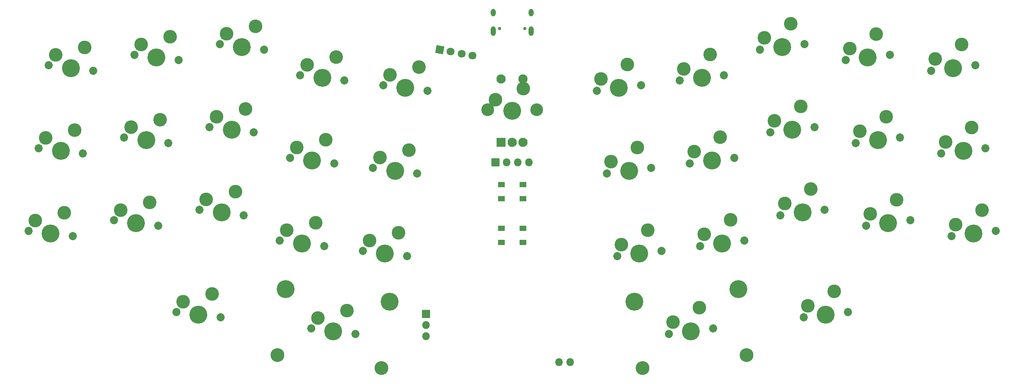
<source format=gbr>
%TF.GenerationSoftware,KiCad,Pcbnew,(6.0.4)*%
%TF.CreationDate,2022-05-08T12:30:25-05:00*%
%TF.ProjectId,LeChiffre-HE,4c654368-6966-4667-9265-2d48452e6b69,rev?*%
%TF.SameCoordinates,Original*%
%TF.FileFunction,Soldermask,Top*%
%TF.FilePolarity,Negative*%
%FSLAX46Y46*%
G04 Gerber Fmt 4.6, Leading zero omitted, Abs format (unit mm)*
G04 Created by KiCad (PCBNEW (6.0.4)) date 2022-05-08 12:30:25*
%MOMM*%
%LPD*%
G01*
G04 APERTURE LIST*
G04 Aperture macros list*
%AMRoundRect*
0 Rectangle with rounded corners*
0 $1 Rounding radius*
0 $2 $3 $4 $5 $6 $7 $8 $9 X,Y pos of 4 corners*
0 Add a 4 corners polygon primitive as box body*
4,1,4,$2,$3,$4,$5,$6,$7,$8,$9,$2,$3,0*
0 Add four circle primitives for the rounded corners*
1,1,$1+$1,$2,$3*
1,1,$1+$1,$4,$5*
1,1,$1+$1,$6,$7*
1,1,$1+$1,$8,$9*
0 Add four rect primitives between the rounded corners*
20,1,$1+$1,$2,$3,$4,$5,0*
20,1,$1+$1,$4,$5,$6,$7,0*
20,1,$1+$1,$6,$7,$8,$9,0*
20,1,$1+$1,$8,$9,$2,$3,0*%
%AMHorizOval*
0 Thick line with rounded ends*
0 $1 width*
0 $2 $3 position (X,Y) of the first rounded end (center of the circle)*
0 $4 $5 position (X,Y) of the second rounded end (center of the circle)*
0 Add line between two ends*
20,1,$1,$2,$3,$4,$5,0*
0 Add two circle primitives to create the rounded ends*
1,1,$1,$2,$3*
1,1,$1,$4,$5*%
G04 Aperture macros list end*
%ADD10C,1.852000*%
%ADD11C,3.102000*%
%ADD12C,4.089800*%
%ADD13C,3.150000*%
%ADD14RoundRect,0.051000X0.850000X0.850000X-0.850000X0.850000X-0.850000X-0.850000X0.850000X-0.850000X0*%
%ADD15O,1.802000X1.802000*%
%ADD16RoundRect,0.051000X0.850000X-0.850000X0.850000X0.850000X-0.850000X0.850000X-0.850000X-0.850000X0*%
%ADD17RoundRect,0.051000X1.000000X-1.000000X1.000000X1.000000X-1.000000X1.000000X-1.000000X-1.000000X0*%
%ADD18C,2.102000*%
%ADD19C,2.902000*%
%ADD20RoundRect,0.051000X-0.750000X-0.500000X0.750000X-0.500000X0.750000X0.500000X-0.750000X0.500000X0*%
%ADD21C,0.752000*%
%ADD22O,1.102000X1.702000*%
%ADD23O,1.102000X2.202000*%
%ADD24RoundRect,0.051000X-0.680866X0.990667X-0.990667X-0.680866X0.680866X-0.990667X0.990667X0.680866X0*%
%ADD25HorizOval,1.802000X0.000000X0.000000X0.000000X0.000000X0*%
G04 APERTURE END LIST*
D10*
X32463670Y-49809927D03*
D11*
X34033751Y-47443634D03*
D10*
X42547938Y-51048119D03*
D12*
X37505804Y-50429023D03*
D11*
X40645967Y-45696437D03*
D10*
X40226327Y-69956123D03*
D11*
X38324356Y-64604441D03*
D10*
X30142059Y-68717931D03*
D12*
X35184193Y-69337027D03*
D11*
X31712140Y-66351638D03*
D12*
X32862582Y-88245032D03*
D11*
X29390529Y-85259643D03*
D10*
X37904716Y-88864128D03*
X27820448Y-87625936D03*
D11*
X36002745Y-83512446D03*
D10*
X62036345Y-48642729D03*
D11*
X53522158Y-45038244D03*
X60134374Y-43291047D03*
D10*
X51952077Y-47404537D03*
D12*
X56994211Y-48023633D03*
D11*
X57812763Y-62199051D03*
X51200547Y-63946248D03*
D12*
X54672600Y-66931637D03*
D10*
X59714734Y-67550733D03*
X49630466Y-66312541D03*
X57393123Y-86458738D03*
X47308855Y-85220546D03*
D11*
X48878936Y-82854253D03*
D12*
X52350989Y-85839642D03*
D11*
X55491152Y-81107056D03*
D12*
X74161007Y-64526247D03*
D10*
X69118873Y-63907151D03*
D11*
X77301170Y-59793661D03*
D10*
X79203141Y-65145343D03*
D11*
X70688954Y-61540858D03*
D10*
X76881530Y-84053348D03*
D12*
X71839396Y-83434252D03*
D11*
X74979559Y-78701666D03*
D10*
X66797262Y-82815156D03*
D11*
X68367343Y-80448863D03*
D10*
X99852353Y-53285951D03*
X89768085Y-52047759D03*
D11*
X97950382Y-47934269D03*
X91338166Y-49681466D03*
D12*
X94810219Y-52666855D03*
D10*
X87446474Y-70955763D03*
D12*
X92488608Y-71574859D03*
D11*
X89016555Y-68589470D03*
X95628771Y-66842273D03*
D10*
X97530742Y-72193955D03*
X85124863Y-89863768D03*
D11*
X93307160Y-85750278D03*
X86694944Y-87497475D03*
D12*
X90166997Y-90482864D03*
D10*
X95209131Y-91101960D03*
X108676089Y-54369370D03*
D11*
X110246170Y-52003077D03*
X116858386Y-50255880D03*
D10*
X118760357Y-55607562D03*
D12*
X113718223Y-54988466D03*
D10*
X116438746Y-74515566D03*
D11*
X114536775Y-69163884D03*
X107924559Y-70911081D03*
D12*
X111396612Y-73896470D03*
D10*
X106354478Y-73277374D03*
D11*
X105602949Y-89819086D03*
D10*
X114117136Y-93423571D03*
X104032868Y-92185379D03*
D11*
X112215165Y-88071889D03*
D12*
X109075002Y-92804475D03*
D13*
X108297147Y-118939484D03*
D12*
X110154435Y-103813081D03*
D11*
X93827335Y-107566284D03*
X100439551Y-105819087D03*
D12*
X97299388Y-110551673D03*
X86456403Y-100903328D03*
D10*
X92257254Y-109932577D03*
X102341522Y-111170769D03*
D13*
X84599115Y-116029732D03*
D10*
X157369643Y-55607562D03*
D11*
X164313748Y-49636783D03*
D12*
X162411777Y-54988466D03*
D11*
X158320628Y-52931721D03*
D10*
X167453911Y-54369370D03*
D12*
X164733388Y-73896470D03*
D10*
X159691254Y-74515566D03*
D11*
X160642239Y-71839725D03*
D10*
X169775522Y-73277374D03*
D11*
X166635359Y-68544787D03*
D10*
X172097132Y-92185379D03*
X162012864Y-93423571D03*
D11*
X168956969Y-87452792D03*
D12*
X167054998Y-92804475D03*
D11*
X162963849Y-90747730D03*
D12*
X189673597Y-100903328D03*
D10*
X173788478Y-111170769D03*
D13*
X191530885Y-116029732D03*
D11*
X174739463Y-108494928D03*
D13*
X167832853Y-118939484D03*
D11*
X180732583Y-105199990D03*
D10*
X183872746Y-109932577D03*
D12*
X165975565Y-103813081D03*
X178830612Y-110551673D03*
D10*
X186361915Y-52047759D03*
D11*
X177228632Y-50610110D03*
D12*
X181319781Y-52666855D03*
D10*
X176277647Y-53285951D03*
D11*
X183221752Y-47315172D03*
D10*
X178599258Y-72193955D03*
D12*
X183641392Y-71574859D03*
D10*
X188683526Y-70955763D03*
D11*
X185543363Y-66223176D03*
X179550243Y-69518114D03*
D10*
X180920869Y-91101960D03*
X191005137Y-89863768D03*
D11*
X181871854Y-88426119D03*
X187864974Y-85131181D03*
D12*
X185963003Y-90482864D03*
D11*
X211457842Y-101427403D03*
D10*
X204513737Y-107398182D03*
D12*
X209555871Y-106779086D03*
D11*
X205464722Y-104722341D03*
D10*
X214598005Y-106159990D03*
D11*
X201549353Y-40266560D03*
D10*
X204689516Y-44999147D03*
D12*
X199647382Y-45618243D03*
D11*
X195556233Y-43561498D03*
D10*
X194605248Y-46237339D03*
X196926859Y-65145343D03*
D11*
X203870964Y-59174564D03*
D10*
X207011127Y-63907151D03*
D12*
X201968993Y-64526247D03*
D11*
X197877844Y-62469502D03*
X206192575Y-78082569D03*
D12*
X204290604Y-83434252D03*
D11*
X200199455Y-81377507D03*
D10*
X199248470Y-84053348D03*
X209332738Y-82815156D03*
D12*
X219135789Y-48023633D03*
D10*
X224177923Y-47404537D03*
D11*
X215044640Y-45966888D03*
X221037760Y-42671950D03*
D10*
X214093655Y-48642729D03*
X226499534Y-66312541D03*
D11*
X217366251Y-64874892D03*
D12*
X221457400Y-66931637D03*
D10*
X216415266Y-67550733D03*
D11*
X223359371Y-61579954D03*
D12*
X223779011Y-85839642D03*
D10*
X218736877Y-86458738D03*
X228821145Y-85220546D03*
D11*
X219687862Y-83782897D03*
X225680982Y-80487959D03*
X240526167Y-45077340D03*
X234533047Y-48372278D03*
D10*
X233582062Y-51048119D03*
X243666330Y-49809927D03*
D12*
X238624196Y-50429023D03*
X240945807Y-69337027D03*
D10*
X245987941Y-68717931D03*
X235903673Y-69956123D03*
D11*
X236854658Y-67280282D03*
X242847778Y-63985344D03*
D10*
X248309552Y-87625936D03*
D11*
X245169389Y-82893349D03*
D12*
X243267418Y-88245032D03*
D10*
X238225284Y-88864128D03*
D11*
X239176269Y-86188287D03*
D14*
X118470000Y-106640000D03*
D15*
X118470000Y-109180000D03*
X118470000Y-111720000D03*
D16*
X134265000Y-72000000D03*
D15*
X136805000Y-72000000D03*
X139345000Y-72000000D03*
X141885000Y-72000000D03*
D10*
X71616263Y-107398182D03*
D11*
X63102076Y-103793697D03*
D12*
X66574129Y-106779086D03*
D10*
X61531995Y-106159990D03*
D11*
X69714292Y-102046500D03*
D10*
X81524752Y-46237339D03*
D12*
X76482618Y-45618243D03*
D10*
X71440484Y-44999147D03*
D11*
X79622781Y-40885657D03*
X73010565Y-42632854D03*
D17*
X135565000Y-67440000D03*
D18*
X140565000Y-67440000D03*
X138065000Y-67440000D03*
D19*
X143665000Y-59940000D03*
X132465000Y-59940000D03*
D18*
X140565000Y-52940000D03*
X135565000Y-52940000D03*
D10*
X132985000Y-60190000D03*
D12*
X138065000Y-60190000D03*
D10*
X143145000Y-60190000D03*
D11*
X140605000Y-55110000D03*
X134255000Y-57650000D03*
D20*
X135615000Y-77040000D03*
X135615000Y-80240000D03*
X140515000Y-80240000D03*
X140515000Y-77040000D03*
X135615000Y-87070000D03*
X135615000Y-90270000D03*
X140515000Y-90270000D03*
X140515000Y-87070000D03*
D15*
X151295000Y-117645000D03*
X148755000Y-117645000D03*
D21*
X135175000Y-41450000D03*
X140955000Y-41450000D03*
D22*
X142385000Y-37800000D03*
X133745000Y-37800000D03*
D23*
X142385000Y-41980000D03*
X133745000Y-41980000D03*
D24*
X121539076Y-46202087D03*
D25*
X124036543Y-46664965D03*
X126534011Y-47127843D03*
X129031478Y-47590722D03*
G36*
X133618628Y-59057856D02*
G01*
X133776334Y-59123180D01*
X133934098Y-59161056D01*
X133935549Y-59162433D01*
X133935082Y-59164378D01*
X133933258Y-59164966D01*
X133916497Y-59161784D01*
X133847275Y-59168588D01*
X133792953Y-59211553D01*
X133770460Y-59277133D01*
X133779722Y-59329844D01*
X133798533Y-59375257D01*
X133798272Y-59377240D01*
X133796424Y-59378005D01*
X133794851Y-59376820D01*
X133742001Y-59255275D01*
X133616184Y-59060790D01*
X133616083Y-59058793D01*
X133617762Y-59057707D01*
X133618628Y-59057856D01*
G37*
G36*
X132871984Y-58346342D02*
G01*
X132874837Y-58353230D01*
X133001836Y-58560473D01*
X133043071Y-58608753D01*
X133043435Y-58610720D01*
X133041914Y-58612019D01*
X133040882Y-58611937D01*
X132835140Y-58539079D01*
X132648406Y-58505818D01*
X132646876Y-58504530D01*
X132647227Y-58502561D01*
X132648914Y-58501855D01*
X132692084Y-58505252D01*
X132692394Y-58505301D01*
X132728640Y-58514003D01*
X132798112Y-58510526D01*
X132854429Y-58470219D01*
X132880014Y-58405867D01*
X132868176Y-58347505D01*
X132868812Y-58345608D01*
X132870772Y-58345211D01*
X132871984Y-58346342D01*
G37*
M02*

</source>
